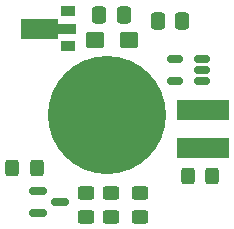
<source format=gbp>
G04 #@! TF.GenerationSoftware,KiCad,Pcbnew,(6.0.1)*
G04 #@! TF.CreationDate,2022-03-12T10:23:07+01:00*
G04 #@! TF.ProjectId,Linterna_MT340L_V2,4c696e74-6572-46e6-915f-4d543334304c,rev?*
G04 #@! TF.SameCoordinates,Original*
G04 #@! TF.FileFunction,Paste,Bot*
G04 #@! TF.FilePolarity,Positive*
%FSLAX46Y46*%
G04 Gerber Fmt 4.6, Leading zero omitted, Abs format (unit mm)*
G04 Created by KiCad (PCBNEW (6.0.1)) date 2022-03-12 10:23:07*
%MOMM*%
%LPD*%
G01*
G04 APERTURE LIST*
G04 Aperture macros list*
%AMRoundRect*
0 Rectangle with rounded corners*
0 $1 Rounding radius*
0 $2 $3 $4 $5 $6 $7 $8 $9 X,Y pos of 4 corners*
0 Add a 4 corners polygon primitive as box body*
4,1,4,$2,$3,$4,$5,$6,$7,$8,$9,$2,$3,0*
0 Add four circle primitives for the rounded corners*
1,1,$1+$1,$2,$3*
1,1,$1+$1,$4,$5*
1,1,$1+$1,$6,$7*
1,1,$1+$1,$8,$9*
0 Add four rect primitives between the rounded corners*
20,1,$1+$1,$2,$3,$4,$5,0*
20,1,$1+$1,$4,$5,$6,$7,0*
20,1,$1+$1,$6,$7,$8,$9,0*
20,1,$1+$1,$8,$9,$2,$3,0*%
%AMFreePoly0*
4,1,9,3.862500,-0.866500,0.737500,-0.866500,0.737500,-0.450000,-0.737500,-0.450000,-0.737500,0.450000,0.737500,0.450000,0.737500,0.866500,3.862500,0.866500,3.862500,-0.866500,3.862500,-0.866500,$1*%
G04 Aperture macros list end*
%ADD10RoundRect,0.250000X0.537500X0.425000X-0.537500X0.425000X-0.537500X-0.425000X0.537500X-0.425000X0*%
%ADD11RoundRect,0.150000X0.512500X0.150000X-0.512500X0.150000X-0.512500X-0.150000X0.512500X-0.150000X0*%
%ADD12RoundRect,0.250000X-0.450000X0.325000X-0.450000X-0.325000X0.450000X-0.325000X0.450000X0.325000X0*%
%ADD13RoundRect,0.250000X-0.325000X-0.450000X0.325000X-0.450000X0.325000X0.450000X-0.325000X0.450000X0*%
%ADD14C,10.000000*%
%ADD15RoundRect,0.150000X-0.587500X-0.150000X0.587500X-0.150000X0.587500X0.150000X-0.587500X0.150000X0*%
%ADD16RoundRect,0.250000X0.337500X0.475000X-0.337500X0.475000X-0.337500X-0.475000X0.337500X-0.475000X0*%
%ADD17R,4.495800X1.752600*%
%ADD18R,1.300000X0.900000*%
%ADD19FreePoly0,180.000000*%
G04 APERTURE END LIST*
D10*
X151875000Y-93700000D03*
X149000000Y-93700000D03*
D11*
X158037500Y-95250000D03*
X158037500Y-96200000D03*
X158037500Y-97150000D03*
X155762500Y-97150000D03*
X155762500Y-95250000D03*
D12*
X148200000Y-106575000D03*
X148200000Y-108625000D03*
D13*
X141975000Y-104500000D03*
X144025000Y-104500000D03*
D14*
X150000000Y-100000000D03*
D12*
X150300000Y-106575000D03*
X150300000Y-108625000D03*
X152800000Y-106575000D03*
X152800000Y-108625000D03*
D13*
X156825000Y-105200000D03*
X158875000Y-105200000D03*
D15*
X144137500Y-108325000D03*
X144137500Y-106425000D03*
X146012500Y-107375000D03*
D16*
X156362500Y-92075000D03*
X154287500Y-92075000D03*
D17*
X158075000Y-99584000D03*
X158075000Y-102835200D03*
D18*
X146650000Y-91200000D03*
D19*
X146562500Y-92700000D03*
D18*
X146650000Y-94200000D03*
D16*
X151412500Y-91575000D03*
X149337500Y-91575000D03*
M02*

</source>
